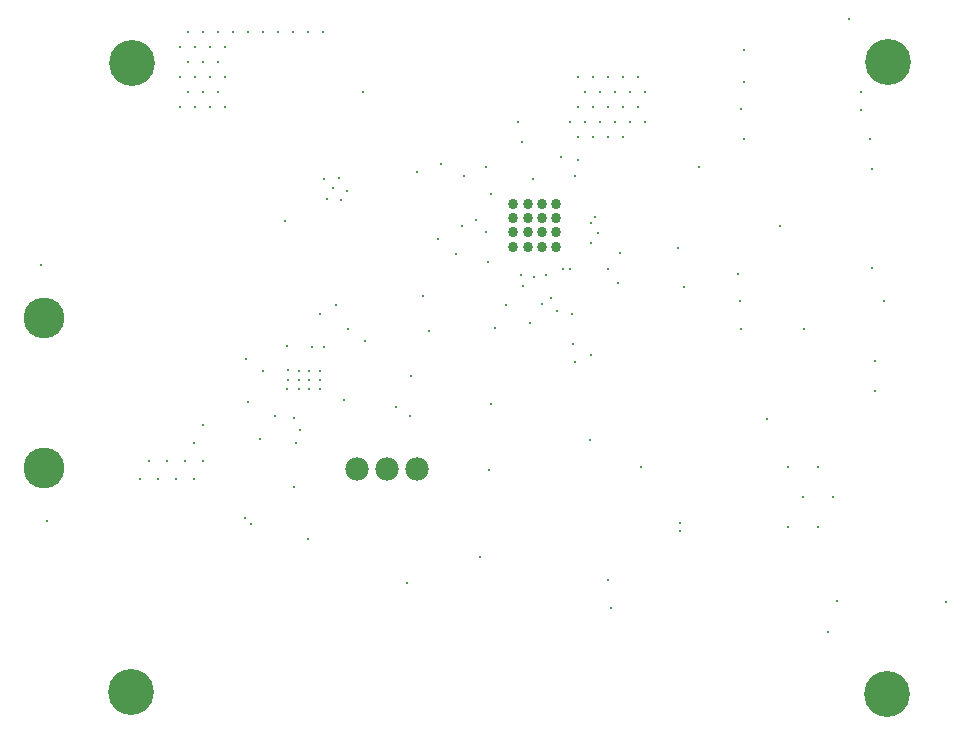
<source format=gbr>
G04*
G04 #@! TF.GenerationSoftware,Altium Limited,Altium Designer,23.1.1 (15)*
G04*
G04 Layer_Color=16711935*
%FSLAX25Y25*%
%MOIN*%
G70*
G04*
G04 #@! TF.SameCoordinates,577C2DE3-5836-4DB5-AD87-4C8AFCD19023*
G04*
G04*
G04 #@! TF.FilePolarity,Negative*
G04*
G01*
G75*
%ADD86C,0.07800*%
%ADD87C,0.13595*%
%ADD88C,0.15300*%
%ADD89C,0.00700*%
%ADD90C,0.03398*%
D86*
X126500Y94500D02*
D03*
X136500D02*
D03*
X146500D02*
D03*
D87*
X21870Y94800D02*
D03*
Y144800D02*
D03*
D88*
X51400Y229800D02*
D03*
X303300Y230100D02*
D03*
X303100Y19500D02*
D03*
X51200Y20000D02*
D03*
D89*
X105500Y111500D02*
D03*
X99000Y112000D02*
D03*
X181500Y203500D02*
D03*
X162000Y192000D02*
D03*
X171000Y186000D02*
D03*
X114000Y121000D02*
D03*
X110500D02*
D03*
X107000D02*
D03*
X103000D02*
D03*
X103500Y124000D02*
D03*
X107000D02*
D03*
X110500D02*
D03*
X114000D02*
D03*
Y127000D02*
D03*
X110500D02*
D03*
X107000D02*
D03*
X103506Y127376D02*
D03*
X191000Y151500D02*
D03*
X198000Y146000D02*
D03*
X180000Y210000D02*
D03*
X210000Y161000D02*
D03*
X240500Y195000D02*
D03*
X194969Y161177D02*
D03*
X189500Y159000D02*
D03*
X193000Y147000D02*
D03*
X255500Y223500D02*
D03*
X185500Y158500D02*
D03*
X122000Y117500D02*
D03*
X21000Y162500D02*
D03*
X23000Y77000D02*
D03*
X148500Y152000D02*
D03*
X197500Y161000D02*
D03*
X170000Y163500D02*
D03*
X75000Y109000D02*
D03*
X72000Y103000D02*
D03*
X75000Y97000D02*
D03*
X72000Y91000D02*
D03*
X69000Y97000D02*
D03*
X66000Y91000D02*
D03*
X63000Y97000D02*
D03*
X60000Y91000D02*
D03*
X57000Y97000D02*
D03*
X54000Y91000D02*
D03*
X115000Y240000D02*
D03*
X110000D02*
D03*
X105000D02*
D03*
X100000D02*
D03*
X95000D02*
D03*
X90000D02*
D03*
X85000D02*
D03*
X80000D02*
D03*
X82500Y235000D02*
D03*
X80000Y230000D02*
D03*
X82500Y225000D02*
D03*
X80000Y220000D02*
D03*
X82500Y215000D02*
D03*
X75000Y240000D02*
D03*
X77500Y235000D02*
D03*
X75000Y230000D02*
D03*
X77500Y225000D02*
D03*
X75000Y220000D02*
D03*
X77500Y215000D02*
D03*
X70000Y240000D02*
D03*
X72500Y235000D02*
D03*
X70000Y230000D02*
D03*
X72500Y225000D02*
D03*
X70000Y220000D02*
D03*
X72500Y215000D02*
D03*
X67500Y235000D02*
D03*
Y225000D02*
D03*
Y215000D02*
D03*
X220000Y225000D02*
D03*
X222500Y220000D02*
D03*
X220000Y215000D02*
D03*
X222500Y210000D02*
D03*
X215000Y225000D02*
D03*
X217500Y220000D02*
D03*
X215000Y215000D02*
D03*
X217500Y210000D02*
D03*
X215000Y205000D02*
D03*
X210000Y225000D02*
D03*
X212500Y220000D02*
D03*
X210000Y215000D02*
D03*
X212500Y210000D02*
D03*
X210000Y205000D02*
D03*
X205000Y225000D02*
D03*
X207500Y220000D02*
D03*
X205000Y215000D02*
D03*
X207500Y210000D02*
D03*
X205000Y205000D02*
D03*
X200000Y225000D02*
D03*
X202500Y220000D02*
D03*
X200000Y215000D02*
D03*
X202500Y210000D02*
D03*
X200000Y205000D02*
D03*
X197500Y210000D02*
D03*
X280000Y95000D02*
D03*
X285000Y85000D02*
D03*
X280000Y75000D02*
D03*
X270000Y95000D02*
D03*
X275000Y85000D02*
D03*
X270000Y75000D02*
D03*
X102500Y177000D02*
D03*
X206858Y172858D02*
D03*
X204281Y169778D02*
D03*
Y176391D02*
D03*
X267500Y175500D02*
D03*
X275500Y141000D02*
D03*
X204238Y132409D02*
D03*
X199000Y130000D02*
D03*
X204000Y104000D02*
D03*
X302000Y150500D02*
D03*
X290500Y244500D02*
D03*
X294500Y220000D02*
D03*
X298000Y194500D02*
D03*
X297500Y204500D02*
D03*
X255500D02*
D03*
X188000Y149500D02*
D03*
X254500Y214500D02*
D03*
Y141000D02*
D03*
X198500Y136000D02*
D03*
X263000Y111000D02*
D03*
X205843Y178343D02*
D03*
X181836Y155336D02*
D03*
X159500Y166000D02*
D03*
X172500Y141500D02*
D03*
X176000Y148969D02*
D03*
X184000Y143000D02*
D03*
X123500Y141000D02*
D03*
X294500Y214000D02*
D03*
X255500Y234000D02*
D03*
X299000Y130500D02*
D03*
Y120500D02*
D03*
X171000Y116000D02*
D03*
X161500Y175500D02*
D03*
X254000Y150500D02*
D03*
X253500Y159500D02*
D03*
X233500Y168000D02*
D03*
X199000Y192000D02*
D03*
X181000Y159000D02*
D03*
X153500Y171000D02*
D03*
X169500Y173500D02*
D03*
X154500Y196000D02*
D03*
X146500Y193500D02*
D03*
X298000Y161500D02*
D03*
X221000Y95000D02*
D03*
X119500Y149000D02*
D03*
X114000Y146000D02*
D03*
X283500Y40000D02*
D03*
X286500Y50500D02*
D03*
X213500Y156500D02*
D03*
X90950Y76050D02*
D03*
X88899Y78101D02*
D03*
X234000Y76250D02*
D03*
Y73750D02*
D03*
X105500Y88500D02*
D03*
X170500Y94000D02*
D03*
X150500Y140500D02*
D03*
X144500Y125500D02*
D03*
X95000Y127000D02*
D03*
X106000Y103000D02*
D03*
X94000Y104500D02*
D03*
X107500Y107500D02*
D03*
X144000Y112000D02*
D03*
X166000Y177500D02*
D03*
X139500Y115000D02*
D03*
X129000Y137000D02*
D03*
X103000Y135500D02*
D03*
X115500Y135000D02*
D03*
X111260D02*
D03*
X169500Y195000D02*
D03*
X184878Y191000D02*
D03*
X194500Y198500D02*
D03*
X200000Y197500D02*
D03*
X214000Y166500D02*
D03*
X235500Y155000D02*
D03*
X110000Y71000D02*
D03*
X322748Y50000D02*
D03*
X210000Y57500D02*
D03*
X167500Y65000D02*
D03*
X143000Y56500D02*
D03*
X211000Y48000D02*
D03*
X121000Y184000D02*
D03*
X118500Y188000D02*
D03*
X116500Y184500D02*
D03*
X123000Y187000D02*
D03*
X120500Y191500D02*
D03*
X115500Y191000D02*
D03*
X128500Y220000D02*
D03*
X89500Y131000D02*
D03*
X90000Y116800D02*
D03*
D90*
X192677Y182650D02*
D03*
Y177925D02*
D03*
Y173201D02*
D03*
Y168476D02*
D03*
X187953Y182650D02*
D03*
Y177925D02*
D03*
Y173201D02*
D03*
Y168476D02*
D03*
X183228Y182650D02*
D03*
Y177925D02*
D03*
Y173201D02*
D03*
Y168476D02*
D03*
X178504Y182650D02*
D03*
Y177925D02*
D03*
Y168476D02*
D03*
Y173201D02*
D03*
M02*

</source>
